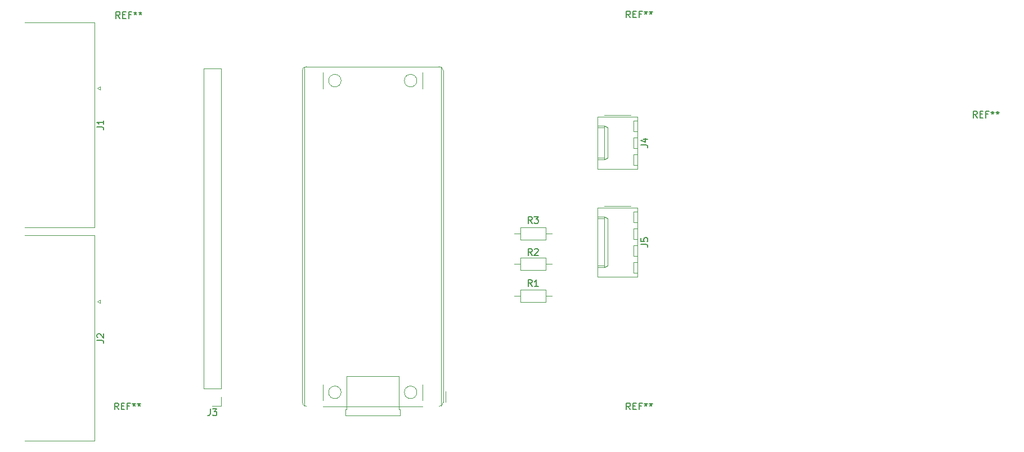
<source format=gbr>
%TF.GenerationSoftware,KiCad,Pcbnew,8.0.4*%
%TF.CreationDate,2024-09-29T18:22:28-03:00*%
%TF.ProjectId,pim,70696d2e-6b69-4636-9164-5f7063625858,rev?*%
%TF.SameCoordinates,Original*%
%TF.FileFunction,Legend,Top*%
%TF.FilePolarity,Positive*%
%FSLAX46Y46*%
G04 Gerber Fmt 4.6, Leading zero omitted, Abs format (unit mm)*
G04 Created by KiCad (PCBNEW 8.0.4) date 2024-09-29 18:22:28*
%MOMM*%
%LPD*%
G01*
G04 APERTURE LIST*
%ADD10C,0.150000*%
%ADD11C,0.120000*%
G04 APERTURE END LIST*
D10*
X35666666Y-74254819D02*
X35333333Y-73778628D01*
X35095238Y-74254819D02*
X35095238Y-73254819D01*
X35095238Y-73254819D02*
X35476190Y-73254819D01*
X35476190Y-73254819D02*
X35571428Y-73302438D01*
X35571428Y-73302438D02*
X35619047Y-73350057D01*
X35619047Y-73350057D02*
X35666666Y-73445295D01*
X35666666Y-73445295D02*
X35666666Y-73588152D01*
X35666666Y-73588152D02*
X35619047Y-73683390D01*
X35619047Y-73683390D02*
X35571428Y-73731009D01*
X35571428Y-73731009D02*
X35476190Y-73778628D01*
X35476190Y-73778628D02*
X35095238Y-73778628D01*
X36095238Y-73731009D02*
X36428571Y-73731009D01*
X36571428Y-74254819D02*
X36095238Y-74254819D01*
X36095238Y-74254819D02*
X36095238Y-73254819D01*
X36095238Y-73254819D02*
X36571428Y-73254819D01*
X37333333Y-73731009D02*
X37000000Y-73731009D01*
X37000000Y-74254819D02*
X37000000Y-73254819D01*
X37000000Y-73254819D02*
X37476190Y-73254819D01*
X38000000Y-73254819D02*
X38000000Y-73492914D01*
X37761905Y-73397676D02*
X38000000Y-73492914D01*
X38000000Y-73492914D02*
X38238095Y-73397676D01*
X37857143Y-73683390D02*
X38000000Y-73492914D01*
X38000000Y-73492914D02*
X38142857Y-73683390D01*
X38761905Y-73254819D02*
X38761905Y-73492914D01*
X38523810Y-73397676D02*
X38761905Y-73492914D01*
X38761905Y-73492914D02*
X39000000Y-73397676D01*
X38619048Y-73683390D02*
X38761905Y-73492914D01*
X38761905Y-73492914D02*
X38904762Y-73683390D01*
X112666666Y-15154819D02*
X112333333Y-14678628D01*
X112095238Y-15154819D02*
X112095238Y-14154819D01*
X112095238Y-14154819D02*
X112476190Y-14154819D01*
X112476190Y-14154819D02*
X112571428Y-14202438D01*
X112571428Y-14202438D02*
X112619047Y-14250057D01*
X112619047Y-14250057D02*
X112666666Y-14345295D01*
X112666666Y-14345295D02*
X112666666Y-14488152D01*
X112666666Y-14488152D02*
X112619047Y-14583390D01*
X112619047Y-14583390D02*
X112571428Y-14631009D01*
X112571428Y-14631009D02*
X112476190Y-14678628D01*
X112476190Y-14678628D02*
X112095238Y-14678628D01*
X113095238Y-14631009D02*
X113428571Y-14631009D01*
X113571428Y-15154819D02*
X113095238Y-15154819D01*
X113095238Y-15154819D02*
X113095238Y-14154819D01*
X113095238Y-14154819D02*
X113571428Y-14154819D01*
X114333333Y-14631009D02*
X114000000Y-14631009D01*
X114000000Y-15154819D02*
X114000000Y-14154819D01*
X114000000Y-14154819D02*
X114476190Y-14154819D01*
X115000000Y-14154819D02*
X115000000Y-14392914D01*
X114761905Y-14297676D02*
X115000000Y-14392914D01*
X115000000Y-14392914D02*
X115238095Y-14297676D01*
X114857143Y-14583390D02*
X115000000Y-14392914D01*
X115000000Y-14392914D02*
X115142857Y-14583390D01*
X115761905Y-14154819D02*
X115761905Y-14392914D01*
X115523810Y-14297676D02*
X115761905Y-14392914D01*
X115761905Y-14392914D02*
X116000000Y-14297676D01*
X115619048Y-14583390D02*
X115761905Y-14392914D01*
X115761905Y-14392914D02*
X115904762Y-14583390D01*
X114298819Y-49355333D02*
X115013104Y-49355333D01*
X115013104Y-49355333D02*
X115155961Y-49402952D01*
X115155961Y-49402952D02*
X115251200Y-49498190D01*
X115251200Y-49498190D02*
X115298819Y-49641047D01*
X115298819Y-49641047D02*
X115298819Y-49736285D01*
X114298819Y-48402952D02*
X114298819Y-48879142D01*
X114298819Y-48879142D02*
X114775009Y-48926761D01*
X114775009Y-48926761D02*
X114727390Y-48879142D01*
X114727390Y-48879142D02*
X114679771Y-48783904D01*
X114679771Y-48783904D02*
X114679771Y-48545809D01*
X114679771Y-48545809D02*
X114727390Y-48450571D01*
X114727390Y-48450571D02*
X114775009Y-48402952D01*
X114775009Y-48402952D02*
X114870247Y-48355333D01*
X114870247Y-48355333D02*
X115108342Y-48355333D01*
X115108342Y-48355333D02*
X115203580Y-48402952D01*
X115203580Y-48402952D02*
X115251200Y-48450571D01*
X115251200Y-48450571D02*
X115298819Y-48545809D01*
X115298819Y-48545809D02*
X115298819Y-48783904D01*
X115298819Y-48783904D02*
X115251200Y-48879142D01*
X115251200Y-48879142D02*
X115203580Y-48926761D01*
X32428984Y-31673498D02*
X33143269Y-31673498D01*
X33143269Y-31673498D02*
X33286126Y-31721117D01*
X33286126Y-31721117D02*
X33381365Y-31816355D01*
X33381365Y-31816355D02*
X33428984Y-31959212D01*
X33428984Y-31959212D02*
X33428984Y-32054450D01*
X33428984Y-30673498D02*
X33428984Y-31244926D01*
X33428984Y-30959212D02*
X32428984Y-30959212D01*
X32428984Y-30959212D02*
X32571841Y-31054450D01*
X32571841Y-31054450D02*
X32667079Y-31149688D01*
X32667079Y-31149688D02*
X32714698Y-31244926D01*
X32428984Y-63823333D02*
X33143269Y-63823333D01*
X33143269Y-63823333D02*
X33286126Y-63870952D01*
X33286126Y-63870952D02*
X33381365Y-63966190D01*
X33381365Y-63966190D02*
X33428984Y-64109047D01*
X33428984Y-64109047D02*
X33428984Y-64204285D01*
X32524222Y-63394761D02*
X32476603Y-63347142D01*
X32476603Y-63347142D02*
X32428984Y-63251904D01*
X32428984Y-63251904D02*
X32428984Y-63013809D01*
X32428984Y-63013809D02*
X32476603Y-62918571D01*
X32476603Y-62918571D02*
X32524222Y-62870952D01*
X32524222Y-62870952D02*
X32619460Y-62823333D01*
X32619460Y-62823333D02*
X32714698Y-62823333D01*
X32714698Y-62823333D02*
X32857555Y-62870952D01*
X32857555Y-62870952D02*
X33428984Y-63442380D01*
X33428984Y-63442380D02*
X33428984Y-62823333D01*
X35866666Y-15254819D02*
X35533333Y-14778628D01*
X35295238Y-15254819D02*
X35295238Y-14254819D01*
X35295238Y-14254819D02*
X35676190Y-14254819D01*
X35676190Y-14254819D02*
X35771428Y-14302438D01*
X35771428Y-14302438D02*
X35819047Y-14350057D01*
X35819047Y-14350057D02*
X35866666Y-14445295D01*
X35866666Y-14445295D02*
X35866666Y-14588152D01*
X35866666Y-14588152D02*
X35819047Y-14683390D01*
X35819047Y-14683390D02*
X35771428Y-14731009D01*
X35771428Y-14731009D02*
X35676190Y-14778628D01*
X35676190Y-14778628D02*
X35295238Y-14778628D01*
X36295238Y-14731009D02*
X36628571Y-14731009D01*
X36771428Y-15254819D02*
X36295238Y-15254819D01*
X36295238Y-15254819D02*
X36295238Y-14254819D01*
X36295238Y-14254819D02*
X36771428Y-14254819D01*
X37533333Y-14731009D02*
X37200000Y-14731009D01*
X37200000Y-15254819D02*
X37200000Y-14254819D01*
X37200000Y-14254819D02*
X37676190Y-14254819D01*
X38200000Y-14254819D02*
X38200000Y-14492914D01*
X37961905Y-14397676D02*
X38200000Y-14492914D01*
X38200000Y-14492914D02*
X38438095Y-14397676D01*
X38057143Y-14683390D02*
X38200000Y-14492914D01*
X38200000Y-14492914D02*
X38342857Y-14683390D01*
X38961905Y-14254819D02*
X38961905Y-14492914D01*
X38723810Y-14397676D02*
X38961905Y-14492914D01*
X38961905Y-14492914D02*
X39200000Y-14397676D01*
X38819048Y-14683390D02*
X38961905Y-14492914D01*
X38961905Y-14492914D02*
X39104762Y-14683390D01*
X49450666Y-74169819D02*
X49450666Y-74884104D01*
X49450666Y-74884104D02*
X49403047Y-75026961D01*
X49403047Y-75026961D02*
X49307809Y-75122200D01*
X49307809Y-75122200D02*
X49164952Y-75169819D01*
X49164952Y-75169819D02*
X49069714Y-75169819D01*
X49831619Y-74169819D02*
X50450666Y-74169819D01*
X50450666Y-74169819D02*
X50117333Y-74550771D01*
X50117333Y-74550771D02*
X50260190Y-74550771D01*
X50260190Y-74550771D02*
X50355428Y-74598390D01*
X50355428Y-74598390D02*
X50403047Y-74646009D01*
X50403047Y-74646009D02*
X50450666Y-74741247D01*
X50450666Y-74741247D02*
X50450666Y-74979342D01*
X50450666Y-74979342D02*
X50403047Y-75074580D01*
X50403047Y-75074580D02*
X50355428Y-75122200D01*
X50355428Y-75122200D02*
X50260190Y-75169819D01*
X50260190Y-75169819D02*
X49974476Y-75169819D01*
X49974476Y-75169819D02*
X49879238Y-75122200D01*
X49879238Y-75122200D02*
X49831619Y-75074580D01*
X97877333Y-55684819D02*
X97544000Y-55208628D01*
X97305905Y-55684819D02*
X97305905Y-54684819D01*
X97305905Y-54684819D02*
X97686857Y-54684819D01*
X97686857Y-54684819D02*
X97782095Y-54732438D01*
X97782095Y-54732438D02*
X97829714Y-54780057D01*
X97829714Y-54780057D02*
X97877333Y-54875295D01*
X97877333Y-54875295D02*
X97877333Y-55018152D01*
X97877333Y-55018152D02*
X97829714Y-55113390D01*
X97829714Y-55113390D02*
X97782095Y-55161009D01*
X97782095Y-55161009D02*
X97686857Y-55208628D01*
X97686857Y-55208628D02*
X97305905Y-55208628D01*
X98829714Y-55684819D02*
X98258286Y-55684819D01*
X98544000Y-55684819D02*
X98544000Y-54684819D01*
X98544000Y-54684819D02*
X98448762Y-54827676D01*
X98448762Y-54827676D02*
X98353524Y-54922914D01*
X98353524Y-54922914D02*
X98258286Y-54970533D01*
X114298819Y-34369333D02*
X115013104Y-34369333D01*
X115013104Y-34369333D02*
X115155961Y-34416952D01*
X115155961Y-34416952D02*
X115251200Y-34512190D01*
X115251200Y-34512190D02*
X115298819Y-34655047D01*
X115298819Y-34655047D02*
X115298819Y-34750285D01*
X114632152Y-33464571D02*
X115298819Y-33464571D01*
X114251200Y-33702666D02*
X114965485Y-33940761D01*
X114965485Y-33940761D02*
X114965485Y-33321714D01*
X112666666Y-74254819D02*
X112333333Y-73778628D01*
X112095238Y-74254819D02*
X112095238Y-73254819D01*
X112095238Y-73254819D02*
X112476190Y-73254819D01*
X112476190Y-73254819D02*
X112571428Y-73302438D01*
X112571428Y-73302438D02*
X112619047Y-73350057D01*
X112619047Y-73350057D02*
X112666666Y-73445295D01*
X112666666Y-73445295D02*
X112666666Y-73588152D01*
X112666666Y-73588152D02*
X112619047Y-73683390D01*
X112619047Y-73683390D02*
X112571428Y-73731009D01*
X112571428Y-73731009D02*
X112476190Y-73778628D01*
X112476190Y-73778628D02*
X112095238Y-73778628D01*
X113095238Y-73731009D02*
X113428571Y-73731009D01*
X113571428Y-74254819D02*
X113095238Y-74254819D01*
X113095238Y-74254819D02*
X113095238Y-73254819D01*
X113095238Y-73254819D02*
X113571428Y-73254819D01*
X114333333Y-73731009D02*
X114000000Y-73731009D01*
X114000000Y-74254819D02*
X114000000Y-73254819D01*
X114000000Y-73254819D02*
X114476190Y-73254819D01*
X115000000Y-73254819D02*
X115000000Y-73492914D01*
X114761905Y-73397676D02*
X115000000Y-73492914D01*
X115000000Y-73492914D02*
X115238095Y-73397676D01*
X114857143Y-73683390D02*
X115000000Y-73492914D01*
X115000000Y-73492914D02*
X115142857Y-73683390D01*
X115761905Y-73254819D02*
X115761905Y-73492914D01*
X115523810Y-73397676D02*
X115761905Y-73492914D01*
X115761905Y-73492914D02*
X116000000Y-73397676D01*
X115619048Y-73683390D02*
X115761905Y-73492914D01*
X115761905Y-73492914D02*
X115904762Y-73683390D01*
X97877333Y-51000819D02*
X97544000Y-50524628D01*
X97305905Y-51000819D02*
X97305905Y-50000819D01*
X97305905Y-50000819D02*
X97686857Y-50000819D01*
X97686857Y-50000819D02*
X97782095Y-50048438D01*
X97782095Y-50048438D02*
X97829714Y-50096057D01*
X97829714Y-50096057D02*
X97877333Y-50191295D01*
X97877333Y-50191295D02*
X97877333Y-50334152D01*
X97877333Y-50334152D02*
X97829714Y-50429390D01*
X97829714Y-50429390D02*
X97782095Y-50477009D01*
X97782095Y-50477009D02*
X97686857Y-50524628D01*
X97686857Y-50524628D02*
X97305905Y-50524628D01*
X98258286Y-50096057D02*
X98305905Y-50048438D01*
X98305905Y-50048438D02*
X98401143Y-50000819D01*
X98401143Y-50000819D02*
X98639238Y-50000819D01*
X98639238Y-50000819D02*
X98734476Y-50048438D01*
X98734476Y-50048438D02*
X98782095Y-50096057D01*
X98782095Y-50096057D02*
X98829714Y-50191295D01*
X98829714Y-50191295D02*
X98829714Y-50286533D01*
X98829714Y-50286533D02*
X98782095Y-50429390D01*
X98782095Y-50429390D02*
X98210667Y-51000819D01*
X98210667Y-51000819D02*
X98829714Y-51000819D01*
X97877333Y-46174819D02*
X97544000Y-45698628D01*
X97305905Y-46174819D02*
X97305905Y-45174819D01*
X97305905Y-45174819D02*
X97686857Y-45174819D01*
X97686857Y-45174819D02*
X97782095Y-45222438D01*
X97782095Y-45222438D02*
X97829714Y-45270057D01*
X97829714Y-45270057D02*
X97877333Y-45365295D01*
X97877333Y-45365295D02*
X97877333Y-45508152D01*
X97877333Y-45508152D02*
X97829714Y-45603390D01*
X97829714Y-45603390D02*
X97782095Y-45651009D01*
X97782095Y-45651009D02*
X97686857Y-45698628D01*
X97686857Y-45698628D02*
X97305905Y-45698628D01*
X98210667Y-45174819D02*
X98829714Y-45174819D01*
X98829714Y-45174819D02*
X98496381Y-45555771D01*
X98496381Y-45555771D02*
X98639238Y-45555771D01*
X98639238Y-45555771D02*
X98734476Y-45603390D01*
X98734476Y-45603390D02*
X98782095Y-45651009D01*
X98782095Y-45651009D02*
X98829714Y-45746247D01*
X98829714Y-45746247D02*
X98829714Y-45984342D01*
X98829714Y-45984342D02*
X98782095Y-46079580D01*
X98782095Y-46079580D02*
X98734476Y-46127200D01*
X98734476Y-46127200D02*
X98639238Y-46174819D01*
X98639238Y-46174819D02*
X98353524Y-46174819D01*
X98353524Y-46174819D02*
X98258286Y-46127200D01*
X98258286Y-46127200D02*
X98210667Y-46079580D01*
X164866666Y-30254819D02*
X164533333Y-29778628D01*
X164295238Y-30254819D02*
X164295238Y-29254819D01*
X164295238Y-29254819D02*
X164676190Y-29254819D01*
X164676190Y-29254819D02*
X164771428Y-29302438D01*
X164771428Y-29302438D02*
X164819047Y-29350057D01*
X164819047Y-29350057D02*
X164866666Y-29445295D01*
X164866666Y-29445295D02*
X164866666Y-29588152D01*
X164866666Y-29588152D02*
X164819047Y-29683390D01*
X164819047Y-29683390D02*
X164771428Y-29731009D01*
X164771428Y-29731009D02*
X164676190Y-29778628D01*
X164676190Y-29778628D02*
X164295238Y-29778628D01*
X165295238Y-29731009D02*
X165628571Y-29731009D01*
X165771428Y-30254819D02*
X165295238Y-30254819D01*
X165295238Y-30254819D02*
X165295238Y-29254819D01*
X165295238Y-29254819D02*
X165771428Y-29254819D01*
X166533333Y-29731009D02*
X166200000Y-29731009D01*
X166200000Y-30254819D02*
X166200000Y-29254819D01*
X166200000Y-29254819D02*
X166676190Y-29254819D01*
X167200000Y-29254819D02*
X167200000Y-29492914D01*
X166961905Y-29397676D02*
X167200000Y-29492914D01*
X167200000Y-29492914D02*
X167438095Y-29397676D01*
X167057143Y-29683390D02*
X167200000Y-29492914D01*
X167200000Y-29492914D02*
X167342857Y-29683390D01*
X167961905Y-29254819D02*
X167961905Y-29492914D01*
X167723810Y-29397676D02*
X167961905Y-29492914D01*
X167961905Y-29492914D02*
X168200000Y-29397676D01*
X167819048Y-29683390D02*
X167961905Y-29492914D01*
X167961905Y-29492914D02*
X168104762Y-29683390D01*
D11*
%TO.C,J5*%
X107734000Y-43832000D02*
X107734000Y-54212000D01*
X107734000Y-45212000D02*
X108734000Y-45212000D01*
X107734000Y-45462000D02*
X108734000Y-45462000D01*
X107734000Y-52582000D02*
X108734000Y-52582000D01*
X107734000Y-54212000D02*
X113754000Y-54212000D01*
X108734000Y-45212000D02*
X108734000Y-52832000D01*
X108734000Y-45212000D02*
X109264000Y-45462000D01*
X108734000Y-52832000D02*
X107734000Y-52832000D01*
X109264000Y-45462000D02*
X109264000Y-52582000D01*
X109264000Y-52582000D02*
X108734000Y-52832000D01*
X112724000Y-43542000D02*
X108724000Y-43542000D01*
X113154000Y-44412000D02*
X113154000Y-46012000D01*
X113154000Y-46012000D02*
X113754000Y-46012000D01*
X113154000Y-46952000D02*
X113154000Y-48552000D01*
X113154000Y-48552000D02*
X113754000Y-48552000D01*
X113154000Y-49492000D02*
X113154000Y-51092000D01*
X113154000Y-51092000D02*
X113754000Y-51092000D01*
X113154000Y-52032000D02*
X113154000Y-53632000D01*
X113154000Y-53632000D02*
X113754000Y-53632000D01*
X113754000Y-43832000D02*
X107734000Y-43832000D01*
X113754000Y-44412000D02*
X113154000Y-44412000D01*
X113754000Y-46952000D02*
X113154000Y-46952000D01*
X113754000Y-49492000D02*
X113154000Y-49492000D01*
X113754000Y-52032000D02*
X113154000Y-52032000D01*
X113754000Y-54212000D02*
X113754000Y-43832000D01*
%TO.C,J1*%
X21554165Y-15855165D02*
X32034165Y-15855165D01*
X32034165Y-15855165D02*
X32034165Y-46825165D01*
X32034165Y-46825165D02*
X21554165Y-46825165D01*
X32495490Y-25800165D02*
X32928503Y-25550165D01*
X32928503Y-25550165D02*
X32928503Y-26050165D01*
X32928503Y-26050165D02*
X32495490Y-25800165D01*
%TO.C,J2*%
X21554165Y-48005000D02*
X32034165Y-48005000D01*
X32034165Y-48005000D02*
X32034165Y-78975000D01*
X32034165Y-78975000D02*
X21554165Y-78975000D01*
X32495490Y-57950000D02*
X32928503Y-57700000D01*
X32928503Y-57700000D02*
X32928503Y-58200000D01*
X32928503Y-58200000D02*
X32495490Y-57950000D01*
%TO.C,J3*%
X48454000Y-71115000D02*
X48454000Y-22795000D01*
X51114000Y-22795000D02*
X48454000Y-22795000D01*
X51114000Y-71115000D02*
X48454000Y-71115000D01*
X51114000Y-71115000D02*
X51114000Y-22795000D01*
X51114000Y-72385000D02*
X51114000Y-73715000D01*
X51114000Y-73715000D02*
X49784000Y-73715000D01*
%TO.C,R1*%
X95174000Y-57150000D02*
X96124000Y-57150000D01*
X96124000Y-56230000D02*
X96124000Y-58070000D01*
X96124000Y-58070000D02*
X99964000Y-58070000D01*
X99964000Y-56230000D02*
X96124000Y-56230000D01*
X99964000Y-58070000D02*
X99964000Y-56230000D01*
X100914000Y-57150000D02*
X99964000Y-57150000D01*
%TO.C,J4*%
X107734000Y-30116000D02*
X107734000Y-37956000D01*
X107734000Y-31496000D02*
X108734000Y-31496000D01*
X107734000Y-31746000D02*
X108734000Y-31746000D01*
X107734000Y-36326000D02*
X108734000Y-36326000D01*
X107734000Y-37956000D02*
X113754000Y-37956000D01*
X108734000Y-31496000D02*
X108734000Y-36576000D01*
X108734000Y-31496000D02*
X109264000Y-31746000D01*
X108734000Y-36576000D02*
X107734000Y-36576000D01*
X109264000Y-31746000D02*
X109264000Y-36326000D01*
X109264000Y-36326000D02*
X108734000Y-36576000D01*
X112724000Y-29826000D02*
X108724000Y-29826000D01*
X113154000Y-30696000D02*
X113154000Y-32296000D01*
X113154000Y-32296000D02*
X113754000Y-32296000D01*
X113154000Y-33236000D02*
X113154000Y-34836000D01*
X113154000Y-34836000D02*
X113754000Y-34836000D01*
X113154000Y-35776000D02*
X113154000Y-37376000D01*
X113154000Y-37376000D02*
X113754000Y-37376000D01*
X113754000Y-30116000D02*
X107734000Y-30116000D01*
X113754000Y-30696000D02*
X113154000Y-30696000D01*
X113754000Y-33236000D02*
X113154000Y-33236000D01*
X113754000Y-35776000D02*
X113154000Y-35776000D01*
X113754000Y-37956000D02*
X113754000Y-30116000D01*
%TO.C,R2*%
X95174000Y-52324000D02*
X96124000Y-52324000D01*
X96124000Y-51404000D02*
X96124000Y-53244000D01*
X96124000Y-53244000D02*
X99964000Y-53244000D01*
X99964000Y-51404000D02*
X96124000Y-51404000D01*
X99964000Y-53244000D02*
X99964000Y-51404000D01*
X100914000Y-52324000D02*
X99964000Y-52324000D01*
%TO.C,U1*%
X63304000Y-73158500D02*
X63304000Y-23158500D01*
X63644000Y-22611500D02*
X63644000Y-73705500D01*
X66404000Y-25854980D02*
X66404000Y-23462020D01*
X66404000Y-72854980D02*
X66404000Y-70462020D01*
X69679000Y-73768500D02*
X66404000Y-73768500D01*
X69804000Y-74248500D02*
X70014000Y-74248500D01*
X69804000Y-75168500D02*
X69804000Y-74248500D01*
X70014000Y-69248500D02*
X77814000Y-69248500D01*
X70014000Y-70464500D02*
X70014000Y-69248500D01*
X70014000Y-72852500D02*
X70014000Y-70464500D01*
X70014000Y-74248500D02*
X70014000Y-72852500D01*
X70314000Y-22548500D02*
X63914000Y-22548500D01*
X70314000Y-22548500D02*
X77514000Y-22548500D01*
X75160090Y-69248500D02*
X72667910Y-69248500D01*
X77814000Y-70464500D02*
X77814000Y-69248500D01*
X77814000Y-72852500D02*
X77814000Y-70464500D01*
X77814000Y-74248500D02*
X77814000Y-72852500D01*
X78024000Y-74248500D02*
X77814000Y-74248500D01*
X78024000Y-75168500D02*
X69804000Y-75168500D01*
X78024000Y-75168500D02*
X78024000Y-74248500D01*
X78149000Y-73768500D02*
X69679000Y-73768500D01*
X81424000Y-25854980D02*
X81424000Y-23462020D01*
X81424000Y-72854980D02*
X81424000Y-70462020D01*
X81424000Y-73768500D02*
X78149000Y-73768500D01*
X83914000Y-22548500D02*
X77514000Y-22548500D01*
X84184000Y-73705500D02*
X84184000Y-22611500D01*
X84524000Y-73158500D02*
X84524000Y-23158500D01*
X84844000Y-71488500D02*
X84844000Y-73088500D01*
X63304000Y-23158500D02*
G75*
G02*
X63914000Y-22548500I610000J0D01*
G01*
X63914000Y-73768500D02*
G75*
G02*
X63304000Y-73158500I0J610000D01*
G01*
X83914000Y-22548500D02*
G75*
G02*
X84524000Y-23158500I99J-609901D01*
G01*
X84524000Y-73158500D02*
G75*
G02*
X83914000Y-73768500I-610000J0D01*
G01*
X69154000Y-24658500D02*
G75*
G02*
X67274000Y-24658500I-940000J0D01*
G01*
X67274000Y-24658500D02*
G75*
G02*
X69154000Y-24658500I940000J0D01*
G01*
X69154000Y-71658500D02*
G75*
G02*
X67274000Y-71658500I-940000J0D01*
G01*
X67274000Y-71658500D02*
G75*
G02*
X69154000Y-71658500I940000J0D01*
G01*
X80554000Y-24658500D02*
G75*
G02*
X78674000Y-24658500I-940000J0D01*
G01*
X78674000Y-24658500D02*
G75*
G02*
X80554000Y-24658500I940000J0D01*
G01*
X80554000Y-71658500D02*
G75*
G02*
X78674000Y-71658500I-940000J0D01*
G01*
X78674000Y-71658500D02*
G75*
G02*
X80554000Y-71658500I940000J0D01*
G01*
%TO.C,R3*%
X95174000Y-47752000D02*
X96124000Y-47752000D01*
X96124000Y-46832000D02*
X96124000Y-48672000D01*
X96124000Y-48672000D02*
X99964000Y-48672000D01*
X99964000Y-46832000D02*
X96124000Y-46832000D01*
X99964000Y-48672000D02*
X99964000Y-46832000D01*
X100914000Y-47752000D02*
X99964000Y-47752000D01*
%TD*%
M02*

</source>
